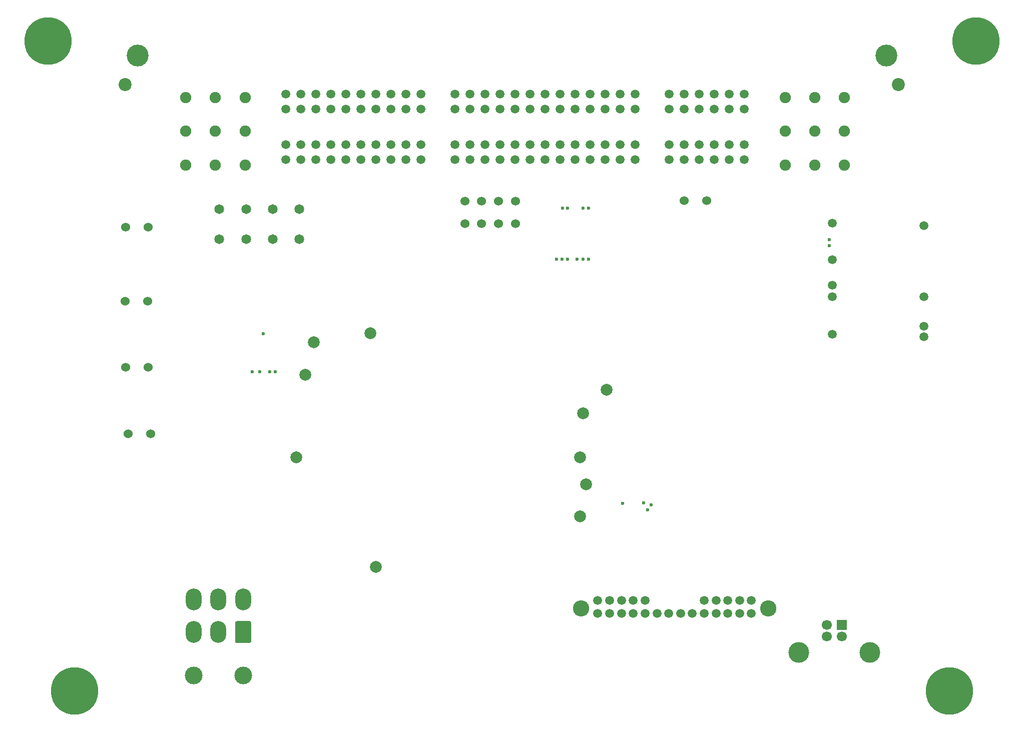
<source format=gbs>
G04 #@! TF.GenerationSoftware,KiCad,Pcbnew,8.0.9-8.0.9-0~ubuntu24.04.1*
G04 #@! TF.CreationDate,2025-02-20T18:22:35+00:00*
G04 #@! TF.ProjectId,hellenbms46,68656c6c-656e-4626-9d73-34362e6b6963,rev?*
G04 #@! TF.SameCoordinates,PX4c4b400PY96ae380*
G04 #@! TF.FileFunction,Soldermask,Bot*
G04 #@! TF.FilePolarity,Negative*
%FSLAX46Y46*%
G04 Gerber Fmt 4.6, Leading zero omitted, Abs format (unit mm)*
G04 Created by KiCad (PCBNEW 8.0.9-8.0.9-0~ubuntu24.04.1) date 2025-02-20 18:22:35*
%MOMM*%
%LPD*%
G01*
G04 APERTURE LIST*
%ADD10C,8.000000*%
%ADD11C,1.650000*%
%ADD12C,2.000000*%
%ADD13C,1.524000*%
%ADD14C,2.750000*%
%ADD15C,1.500000*%
%ADD16C,0.600000*%
%ADD17R,1.700000X1.700000*%
%ADD18C,1.700000*%
%ADD19C,3.500000*%
%ADD20C,3.000000*%
%ADD21O,2.700000X3.700000*%
%ADD22C,0.599999*%
%ADD23C,2.200000*%
%ADD24C,3.700000*%
%ADD25C,1.900000*%
G04 APERTURE END LIST*
D10*
G04 #@! TO.C,REF\u002A\u002A*
X3500000Y114000000D03*
G04 #@! TD*
D11*
G04 #@! TO.C,F2002*
X32500000Y80460000D03*
X32500000Y85540000D03*
G04 #@! TD*
D12*
G04 #@! TO.C,TP3008*
X48500000Y63000000D03*
G04 #@! TD*
D13*
G04 #@! TO.C,JP4001*
X16595000Y82500000D03*
X20405000Y82500000D03*
G04 #@! TD*
G04 #@! TO.C,JP4004*
X17045001Y47483000D03*
X20855001Y47483000D03*
G04 #@! TD*
D10*
G04 #@! TO.C,REF\u002A\u002A*
X8000000Y4000000D03*
G04 #@! TD*
D12*
G04 #@! TO.C,TP3001*
X59000000Y25000000D03*
G04 #@! TD*
D13*
G04 #@! TO.C,JP2002*
X114905000Y87000000D03*
X111095000Y87000000D03*
G04 #@! TD*
D14*
G04 #@! TO.C,J2001*
X93650000Y17995200D03*
X125350000Y17995200D03*
D15*
X96500000Y19295200D03*
X98500000Y19295200D03*
X100500000Y19295200D03*
X102500000Y19295200D03*
X104500000Y19295200D03*
X114500000Y19295200D03*
X116500000Y19295200D03*
X118500000Y19295200D03*
X120500000Y19295200D03*
X122500000Y19295200D03*
X96500000Y17095200D03*
X98500000Y17095200D03*
X100500000Y17095200D03*
X102500000Y17095200D03*
X104500000Y17095200D03*
X106500000Y17095200D03*
X108500000Y17095200D03*
X110500000Y17095200D03*
X112500000Y17095200D03*
X114500000Y17095200D03*
X116500000Y17095200D03*
X118500000Y17095200D03*
X120500000Y17095200D03*
X122500000Y17095200D03*
G04 #@! TD*
D12*
G04 #@! TO.C,TP3003*
X94500000Y39000000D03*
G04 #@! TD*
D13*
G04 #@! TO.C,JP4002*
X16545001Y69979000D03*
X20355001Y69979000D03*
G04 #@! TD*
D16*
G04 #@! TO.C,M6002*
X94931797Y77030400D03*
X93981797Y77030400D03*
X93031799Y77030400D03*
X94031797Y85730400D03*
X94931797Y85730400D03*
G04 #@! TD*
D11*
G04 #@! TO.C,F2003*
X41500000Y80460000D03*
X41500000Y85540000D03*
G04 #@! TD*
D13*
G04 #@! TO.C,JP2008*
X76850782Y83095000D03*
X76850782Y86905000D03*
G04 #@! TD*
D12*
G04 #@! TO.C,TP3009*
X47000000Y57500000D03*
G04 #@! TD*
D15*
G04 #@! TO.C,M3001*
X136153005Y64347001D03*
X136153005Y70746998D03*
X136153005Y72647001D03*
X136153005Y76947001D03*
D16*
X135703006Y79346998D03*
X135703006Y80346999D03*
D15*
X136153005Y83197001D03*
X151653002Y63896999D03*
X151653002Y65746998D03*
X151653002Y70697001D03*
X151653002Y82746999D03*
G04 #@! TD*
D17*
G04 #@! TO.C,J3001*
X137750000Y15186800D03*
D18*
X135250000Y15186800D03*
X135250000Y13186800D03*
X137750000Y13186800D03*
D19*
X142520000Y10476800D03*
X130480000Y10476800D03*
G04 #@! TD*
D13*
G04 #@! TO.C,JP2009*
X74000000Y83095000D03*
X74000000Y86905000D03*
G04 #@! TD*
D16*
G04 #@! TO.C,M6001*
X91400000Y77025000D03*
X90450000Y77025000D03*
X89500002Y77025000D03*
X90500000Y85725000D03*
X91400000Y85725000D03*
G04 #@! TD*
D11*
G04 #@! TO.C,F2001*
X46000000Y80460000D03*
X46000000Y85540000D03*
G04 #@! TD*
D10*
G04 #@! TO.C,REF\u002A\u002A*
X156000000Y4000000D03*
G04 #@! TD*
D13*
G04 #@! TO.C,JP2007*
X79701564Y83095000D03*
X79701564Y86905000D03*
G04 #@! TD*
D20*
G04 #@! TO.C,J2002*
X36500000Y6655000D03*
X28100000Y6655000D03*
G36*
G01*
X37850000Y15554999D02*
X37850000Y12355001D01*
G75*
G02*
X37599999Y12105000I-250001J0D01*
G01*
X35400001Y12105000D01*
G75*
G02*
X35150000Y12355001I0J250001D01*
G01*
X35150000Y15554999D01*
G75*
G02*
X35400001Y15805000I250001J0D01*
G01*
X37599999Y15805000D01*
G75*
G02*
X37850000Y15554999I0J-250001D01*
G01*
G37*
D21*
X32300000Y13955000D03*
X28100000Y13955000D03*
X36500000Y19455000D03*
X32300000Y19455000D03*
X28100000Y19455000D03*
G04 #@! TD*
D12*
G04 #@! TO.C,TP3007*
X58000000Y64500000D03*
G04 #@! TD*
G04 #@! TO.C,TP3006*
X93500000Y33500000D03*
G04 #@! TD*
G04 #@! TO.C,TP3002*
X93500000Y43500000D03*
G04 #@! TD*
G04 #@! TO.C,TP3010*
X45500000Y43500000D03*
G04 #@! TD*
D11*
G04 #@! TO.C,F2004*
X37000000Y80460000D03*
X37000000Y85540000D03*
G04 #@! TD*
D12*
G04 #@! TO.C,TP3005*
X98000000Y55000000D03*
G04 #@! TD*
D10*
G04 #@! TO.C,REF\u002A\u002A*
X160500000Y114000000D03*
G04 #@! TD*
D22*
G04 #@! TO.C,M3005*
X39905006Y64424999D03*
X38075013Y58000000D03*
X39350011Y58000000D03*
X41000000Y58000000D03*
X41900011Y58000000D03*
G04 #@! TD*
D12*
G04 #@! TO.C,TP3004*
X94000000Y51000000D03*
G04 #@! TD*
D22*
G04 #@! TO.C,M3004*
X105500001Y35524999D03*
X104975001Y34649997D03*
X104225003Y35825001D03*
X100675002Y35749998D03*
G04 #@! TD*
D23*
G04 #@! TO.C,P2001*
X147376500Y106645000D03*
D24*
X145344500Y111540000D03*
X18630500Y111540000D03*
D23*
X16576500Y106645000D03*
D25*
X138231500Y104420000D03*
X133236500Y104420000D03*
X128240500Y104420000D03*
X138231500Y98719000D03*
X133236500Y98719000D03*
X128240500Y98719000D03*
X138231500Y93019000D03*
X133236500Y93019000D03*
X128240500Y93019000D03*
D15*
X121233500Y105012000D03*
X118693500Y105012000D03*
X116153500Y105012000D03*
X113613500Y105012000D03*
X111072500Y105012000D03*
X108532500Y105012000D03*
X121233500Y102469000D03*
X118693500Y102469000D03*
X116153500Y102469000D03*
X113613500Y102469000D03*
X111072500Y102469000D03*
X108532500Y102469000D03*
X121233500Y96430000D03*
X118693500Y96430000D03*
X116153500Y96430000D03*
X113613500Y96430000D03*
X111072500Y96430000D03*
X108532500Y96430000D03*
X121233500Y93867000D03*
X118693500Y93867000D03*
X116153500Y93867000D03*
X113613500Y93867000D03*
X111072500Y93867000D03*
X108532500Y93867000D03*
X102838500Y105012000D03*
X100298500Y105012000D03*
X97758500Y105012000D03*
X95218500Y105012000D03*
X92677500Y105012000D03*
X90137500Y105012000D03*
X87597500Y105012000D03*
X85057500Y105012000D03*
X82516500Y105012000D03*
X79976500Y105012000D03*
X77436500Y105012000D03*
X74896500Y105012000D03*
X72356500Y105012000D03*
X102838500Y102469000D03*
X100298500Y102469000D03*
X97758500Y102469000D03*
X95218500Y102469000D03*
X92677500Y102469000D03*
X90137500Y102469000D03*
X87597500Y102469000D03*
X85057500Y102469000D03*
X82516500Y102469000D03*
X79976500Y102469000D03*
X77436500Y102469000D03*
X74896500Y102469000D03*
X72356500Y102469000D03*
X102838500Y96430000D03*
X100298500Y96430000D03*
X97758500Y96430000D03*
X95218500Y96430000D03*
X92677500Y96430000D03*
X90137500Y96430000D03*
X87597500Y96430000D03*
X85057500Y96430000D03*
X82516500Y96430000D03*
X79976500Y96430000D03*
X77436500Y96430000D03*
X74896500Y96430000D03*
X72356500Y96430000D03*
X102838500Y93867000D03*
X100298500Y93867000D03*
X97758500Y93867000D03*
X95218500Y93867000D03*
X92677500Y93867000D03*
X90137500Y93867000D03*
X87597500Y93867000D03*
X85057500Y93867000D03*
X82516500Y93867000D03*
X79976500Y93867000D03*
X77436500Y93867000D03*
X74896500Y93867000D03*
X72356500Y93867000D03*
X66618500Y105012000D03*
X64078500Y105012000D03*
X61538500Y105012000D03*
X58998500Y105012000D03*
X56458500Y105012000D03*
X53917500Y105012000D03*
X51377500Y105012000D03*
X48837500Y105012000D03*
X46297500Y105012000D03*
X43756500Y105012000D03*
X66618500Y102469000D03*
X64078500Y102469000D03*
X61538500Y102469000D03*
X58998500Y102469000D03*
X56458500Y102469000D03*
X53917500Y102469000D03*
X51377500Y102469000D03*
X48837500Y102469000D03*
X46297500Y102469000D03*
X43756500Y102469000D03*
X66618500Y96430000D03*
X64078500Y96430000D03*
X61538500Y96430000D03*
X58998500Y96430000D03*
X56458500Y96430000D03*
X53917500Y96430000D03*
X51377500Y96430000D03*
X48837500Y96430000D03*
X46297500Y96430000D03*
X43756500Y96430000D03*
X66618500Y93867000D03*
X64078500Y93867000D03*
X61538500Y93867000D03*
X58998500Y93867000D03*
X56458500Y93867000D03*
X53917500Y93867000D03*
X51377500Y93867000D03*
X48837500Y93867000D03*
X46297500Y93867000D03*
X43756500Y93867000D03*
D25*
X36834500Y104420000D03*
X31817500Y104420000D03*
X26822500Y104420000D03*
X36834500Y98719000D03*
X31817500Y98719000D03*
X26822500Y98719000D03*
X36834500Y93019000D03*
X31817500Y93019000D03*
X26822500Y93019000D03*
G04 #@! TD*
D13*
G04 #@! TO.C,JP2006*
X82552346Y83095000D03*
X82552346Y86905000D03*
G04 #@! TD*
G04 #@! TO.C,JP4003*
X16595000Y58759000D03*
X20405000Y58759000D03*
G04 #@! TD*
M02*

</source>
